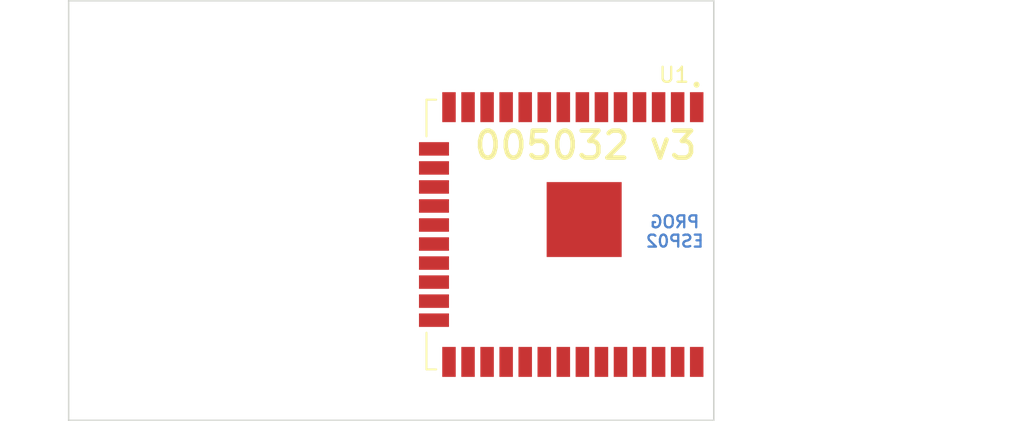
<source format=kicad_pcb>
(kicad_pcb (version 20171130) (host pcbnew "(5.1.8)-1")

  (general
    (thickness 1.6)
    (drawings 12)
    (tracks 0)
    (zones 0)
    (modules 1)
    (nets 37)
  )

  (page A4)
  (title_block
    (title "005032 - modulo WiFi serie QUANTUM")
    (date 2021-02-19)
    (rev v3)
    (company "Aerauliqa srl")
  )

  (layers
    (0 F.Cu signal)
    (31 B.Cu signal)
    (32 B.Adhes user hide)
    (33 F.Adhes user)
    (34 B.Paste user hide)
    (35 F.Paste user)
    (36 B.SilkS user hide)
    (37 F.SilkS user)
    (38 B.Mask user)
    (39 F.Mask user)
    (40 Dwgs.User user)
    (41 Cmts.User user)
    (42 Eco1.User user)
    (43 Eco2.User user)
    (44 Edge.Cuts user)
    (45 Margin user)
    (46 B.CrtYd user)
    (47 F.CrtYd user)
    (48 B.Fab user hide)
    (49 F.Fab user hide)
  )

  (setup
    (last_trace_width 0.25)
    (trace_clearance 0.2)
    (zone_clearance 0.55)
    (zone_45_only no)
    (trace_min 0.2)
    (via_size 0.8)
    (via_drill 0.4)
    (via_min_size 0.4)
    (via_min_drill 0.3)
    (uvia_size 0.3)
    (uvia_drill 0.1)
    (uvias_allowed no)
    (uvia_min_size 0.2)
    (uvia_min_drill 0.1)
    (edge_width 0.05)
    (segment_width 0.2)
    (pcb_text_width 0.3)
    (pcb_text_size 1.5 1.5)
    (mod_edge_width 0.12)
    (mod_text_size 1 1)
    (mod_text_width 0.15)
    (pad_size 1.524 1.524)
    (pad_drill 0.762)
    (pad_to_mask_clearance 0.1)
    (solder_mask_min_width 0.25)
    (aux_axis_origin 100 100)
    (grid_origin 100 100)
    (visible_elements 7FFFFFFF)
    (pcbplotparams
      (layerselection 0x011e8_ffffffff)
      (usegerberextensions false)
      (usegerberattributes false)
      (usegerberadvancedattributes false)
      (creategerberjobfile false)
      (excludeedgelayer true)
      (linewidth 0.100000)
      (plotframeref false)
      (viasonmask false)
      (mode 1)
      (useauxorigin true)
      (hpglpennumber 1)
      (hpglpenspeed 20)
      (hpglpendiameter 15.000000)
      (psnegative false)
      (psa4output false)
      (plotreference true)
      (plotvalue true)
      (plotinvisibletext false)
      (padsonsilk false)
      (subtractmaskfromsilk false)
      (outputformat 1)
      (mirror false)
      (drillshape 0)
      (scaleselection 1)
      (outputdirectory "GERBER/"))
  )

  (net 0 "")
  (net 1 GND)
  (net 2 +3V3)
  (net 3 /EN)
  (net 4 /GPIO0)
  (net 5 /USER_BUTTON)
  (net 6 /TXD2)
  (net 7 /RXD2)
  (net 8 /TXD0)
  (net 9 /RXD0)
  (net 10 /LED_G)
  (net 11 /LED_R)
  (net 12 /DIP_SW2)
  (net 13 /DIP_SW1)
  (net 14 /ESP_TMS)
  (net 15 /ESP_TCK)
  (net 16 /ESP_TDO)
  (net 17 /ESP_TDI)
  (net 18 /GPIO18)
  (net 19 /GPIO19)
  (net 20 "Net-(U1-Pad4)")
  (net 21 "Net-(U1-Pad5)")
  (net 22 "Net-(U1-Pad6)")
  (net 23 "Net-(U1-Pad7)")
  (net 24 "Net-(U1-Pad8)")
  (net 25 "Net-(U1-Pad9)")
  (net 26 "Net-(U1-Pad17)")
  (net 27 "Net-(U1-Pad18)")
  (net 28 "Net-(U1-Pad19)")
  (net 29 "Net-(U1-Pad20)")
  (net 30 "Net-(U1-Pad21)")
  (net 31 "Net-(U1-Pad22)")
  (net 32 "Net-(U1-Pad29)")
  (net 33 "Net-(U1-Pad32)")
  (net 34 "Net-(U1-Pad33)")
  (net 35 "Net-(U1-Pad36)")
  (net 36 "Net-(U1-Pad37)")

  (net_class Default "Questo è il gruppo di collegamenti predefinito"
    (clearance 0.2)
    (trace_width 0.25)
    (via_dia 0.8)
    (via_drill 0.4)
    (uvia_dia 0.3)
    (uvia_drill 0.1)
    (add_net /DIP_SW1)
    (add_net /DIP_SW2)
    (add_net /EN)
    (add_net /ESP_TCK)
    (add_net /ESP_TDI)
    (add_net /ESP_TDO)
    (add_net /ESP_TMS)
    (add_net /GPIO0)
    (add_net /GPIO18)
    (add_net /GPIO19)
    (add_net /LED_G)
    (add_net /LED_R)
    (add_net /RXD0)
    (add_net /RXD2)
    (add_net /TXD0)
    (add_net /TXD2)
    (add_net /USER_BUTTON)
    (add_net "Net-(U1-Pad17)")
    (add_net "Net-(U1-Pad18)")
    (add_net "Net-(U1-Pad19)")
    (add_net "Net-(U1-Pad20)")
    (add_net "Net-(U1-Pad21)")
    (add_net "Net-(U1-Pad22)")
    (add_net "Net-(U1-Pad29)")
    (add_net "Net-(U1-Pad32)")
    (add_net "Net-(U1-Pad33)")
    (add_net "Net-(U1-Pad36)")
    (add_net "Net-(U1-Pad37)")
    (add_net "Net-(U1-Pad4)")
    (add_net "Net-(U1-Pad5)")
    (add_net "Net-(U1-Pad6)")
    (add_net "Net-(U1-Pad7)")
    (add_net "Net-(U1-Pad8)")
    (add_net "Net-(U1-Pad9)")
  )

  (net_class power ""
    (clearance 0.2)
    (trace_width 0.5)
    (via_dia 1.2)
    (via_drill 0.4)
    (uvia_dia 0.3)
    (uvia_drill 0.1)
    (add_net +3V3)
    (add_net GND)
  )

  (module tonazza:ESP32-WROOM-32E (layer F.Cu) (tedit 602FB886) (tstamp 602ED2F0)
    (at 133.6 87.6 270)
    (path /5D43915A)
    (fp_text reference U1 (at -10.65 -6.75) (layer F.SilkS)
      (effects (font (size 1 1) (thickness 0.15)))
    )
    (fp_text value ESP32-WROOM-32E (at -0.1 11.45 90) (layer F.Fab)
      (effects (font (size 1 1) (thickness 0.015)))
    )
    (fp_line (start -9 -9) (end 9 -9) (layer Cmts.User) (width 0.12))
    (fp_line (start 9 9.75) (end 9 9.1) (layer F.SilkS) (width 0.127))
    (fp_line (start 6.55 9.75) (end 9 9.75) (layer F.SilkS) (width 0.127))
    (fp_line (start -9 9.75) (end -6.55 9.75) (layer F.SilkS) (width 0.127))
    (fp_line (start -9 9.1) (end -9 9.75) (layer F.SilkS) (width 0.127))
    (fp_circle (center -10 -8.25) (end -9.9 -8.25) (layer F.SilkS) (width 0.2))
    (fp_circle (center -10 -8.25) (end -9.9 -8.25) (layer F.Fab) (width 0.2))
    (fp_line (start -9.75 -9) (end 9.25 -9) (layer F.CrtYd) (width 0.05))
    (fp_line (start -9.75 10.5) (end -9.75 -9) (layer F.CrtYd) (width 0.05))
    (fp_line (start 9.75 10.5) (end -9.75 10.5) (layer F.CrtYd) (width 0.05))
    (fp_line (start 9.75 -9) (end 9.75 10.5) (layer F.CrtYd) (width 0.05))
    (fp_line (start 9.25 -9) (end 9.75 -9) (layer F.CrtYd) (width 0.05))
    (fp_line (start -9 9.75) (end -9 -9) (layer F.Fab) (width 0.127))
    (fp_line (start 9 9.75) (end -9 9.75) (layer F.Fab) (width 0.127))
    (fp_line (start 9 -9) (end 9 9.75) (layer F.Fab) (width 0.127))
    (fp_text user ANTENNA (at 0 -12.65 90 unlocked) (layer Dwgs.User)
      (effects (font (size 6.75 2.83) (thickness 0.15)))
    )
    (pad 39 smd rect (at -1 -0.76 270) (size 5 5) (layers F.Cu F.Paste F.Mask)
      (net 1 GND))
    (pad 38 smd rect (at 8.5 -8.26 270) (size 2 0.9) (layers F.Cu F.Paste F.Mask)
      (net 1 GND))
    (pad 37 smd rect (at 8.5 -6.99 270) (size 2 0.9) (layers F.Cu F.Paste F.Mask)
      (net 36 "Net-(U1-Pad37)"))
    (pad 36 smd rect (at 8.5 -5.72 270) (size 2 0.9) (layers F.Cu F.Paste F.Mask)
      (net 35 "Net-(U1-Pad36)"))
    (pad 35 smd rect (at 8.5 -4.45 270) (size 2 0.9) (layers F.Cu F.Paste F.Mask)
      (net 8 /TXD0))
    (pad 34 smd rect (at 8.5 -3.18 270) (size 2 0.9) (layers F.Cu F.Paste F.Mask)
      (net 9 /RXD0))
    (pad 33 smd rect (at 8.5 -1.91 270) (size 2 0.9) (layers F.Cu F.Paste F.Mask)
      (net 34 "Net-(U1-Pad33)"))
    (pad 32 smd rect (at 8.5 -0.64 270) (size 2 0.9) (layers F.Cu F.Paste F.Mask)
      (net 33 "Net-(U1-Pad32)"))
    (pad 31 smd rect (at 8.5 0.63 270) (size 2 0.9) (layers F.Cu F.Paste F.Mask)
      (net 19 /GPIO19))
    (pad 30 smd rect (at 8.5 1.9 270) (size 2 0.9) (layers F.Cu F.Paste F.Mask)
      (net 18 /GPIO18))
    (pad 29 smd rect (at 8.5 3.17 270) (size 2 0.9) (layers F.Cu F.Paste F.Mask)
      (net 32 "Net-(U1-Pad29)"))
    (pad 28 smd rect (at 8.5 4.44 270) (size 2 0.9) (layers F.Cu F.Paste F.Mask)
      (net 6 /TXD2))
    (pad 27 smd rect (at 8.5 5.71 270) (size 2 0.9) (layers F.Cu F.Paste F.Mask)
      (net 7 /RXD2))
    (pad 26 smd rect (at 8.5 6.98 270) (size 2 0.9) (layers F.Cu F.Paste F.Mask)
      (net 10 /LED_G))
    (pad 25 smd rect (at 8.5 8.25 270) (size 2 0.9) (layers F.Cu F.Paste F.Mask)
      (net 4 /GPIO0))
    (pad 24 smd rect (at 5.715 9.25 270) (size 0.9 2) (layers F.Cu F.Paste F.Mask)
      (net 11 /LED_R))
    (pad 23 smd rect (at 4.445 9.25 270) (size 0.9 2) (layers F.Cu F.Paste F.Mask)
      (net 16 /ESP_TDO))
    (pad 22 smd rect (at 3.175 9.25 270) (size 0.9 2) (layers F.Cu F.Paste F.Mask)
      (net 31 "Net-(U1-Pad22)"))
    (pad 21 smd rect (at 1.905 9.25 270) (size 0.9 2) (layers F.Cu F.Paste F.Mask)
      (net 30 "Net-(U1-Pad21)"))
    (pad 20 smd rect (at 0.635 9.25 270) (size 0.9 2) (layers F.Cu F.Paste F.Mask)
      (net 29 "Net-(U1-Pad20)"))
    (pad 19 smd rect (at -0.635 9.25 270) (size 0.9 2) (layers F.Cu F.Paste F.Mask)
      (net 28 "Net-(U1-Pad19)"))
    (pad 18 smd rect (at -1.905 9.25 270) (size 0.9 2) (layers F.Cu F.Paste F.Mask)
      (net 27 "Net-(U1-Pad18)"))
    (pad 17 smd rect (at -3.175 9.25 270) (size 0.9 2) (layers F.Cu F.Paste F.Mask)
      (net 26 "Net-(U1-Pad17)"))
    (pad 16 smd rect (at -4.445 9.25 270) (size 0.9 2) (layers F.Cu F.Paste F.Mask)
      (net 15 /ESP_TCK))
    (pad 15 smd rect (at -5.715 9.25 270) (size 0.9 2) (layers F.Cu F.Paste F.Mask)
      (net 1 GND))
    (pad 14 smd rect (at -8.5 8.25 270) (size 2 0.9) (layers F.Cu F.Paste F.Mask)
      (net 17 /ESP_TDI))
    (pad 13 smd rect (at -8.5 6.98 270) (size 2 0.9) (layers F.Cu F.Paste F.Mask)
      (net 14 /ESP_TMS))
    (pad 12 smd rect (at -8.5 5.71 270) (size 2 0.9) (layers F.Cu F.Paste F.Mask)
      (net 5 /USER_BUTTON))
    (pad 11 smd rect (at -8.5 4.44 270) (size 2 0.9) (layers F.Cu F.Paste F.Mask)
      (net 12 /DIP_SW2))
    (pad 10 smd rect (at -8.5 3.17 270) (size 2 0.9) (layers F.Cu F.Paste F.Mask)
      (net 13 /DIP_SW1))
    (pad 9 smd rect (at -8.5 1.9 270) (size 2 0.9) (layers F.Cu F.Paste F.Mask)
      (net 25 "Net-(U1-Pad9)"))
    (pad 8 smd rect (at -8.5 0.63 270) (size 2 0.9) (layers F.Cu F.Paste F.Mask)
      (net 24 "Net-(U1-Pad8)"))
    (pad 7 smd rect (at -8.5 -0.64 270) (size 2 0.9) (layers F.Cu F.Paste F.Mask)
      (net 23 "Net-(U1-Pad7)"))
    (pad 6 smd rect (at -8.5 -1.91 270) (size 2 0.9) (layers F.Cu F.Paste F.Mask)
      (net 22 "Net-(U1-Pad6)"))
    (pad 5 smd rect (at -8.5 -3.18 270) (size 2 0.9) (layers F.Cu F.Paste F.Mask)
      (net 21 "Net-(U1-Pad5)"))
    (pad 4 smd rect (at -8.5 -4.45 270) (size 2 0.9) (layers F.Cu F.Paste F.Mask)
      (net 20 "Net-(U1-Pad4)"))
    (pad 3 smd rect (at -8.5 -5.72 270) (size 2 0.9) (layers F.Cu F.Paste F.Mask)
      (net 3 /EN))
    (pad 2 smd rect (at -8.5 -6.99 270) (size 2 0.9) (layers F.Cu F.Paste F.Mask)
      (net 2 +3V3))
    (pad 1 smd rect (at -8.5 -8.26 270) (size 2 0.9) (layers F.Cu F.Paste F.Mask)
      (net 1 GND))
    (model ${KISYS3DMOD}/RF_Module.3dshapes/ESP32-WROOM-32.step
      (at (xyz 0 0 0))
      (scale (xyz 1 1 1))
      (rotate (xyz 0 0 0))
    )
  )

  (gr_line (start 95.5 98.5) (end 102.5 98.5) (layer Eco2.User) (width 0.15) (tstamp 603670A9))
  (gr_line (start 147.5 98.5) (end 140.5 98.5) (layer Eco2.User) (width 0.15) (tstamp 6036706C))
  (gr_text "Linee ausiliare x Tabs" (at 154 98.5) (layer Eco2.User) (tstamp 6036706B)
    (effects (font (size 0.7 0.7) (thickness 0.1)))
  )
  (gr_line (start 95.5 75.1) (end 102.5 75.1) (layer Eco1.User) (width 0.15) (tstamp 602E4A42))
  (gr_text "Linee ausiliare x Tabs" (at 157.7 75.1) (layer Eco1.User)
    (effects (font (size 0.7 0.7) (thickness 0.1)))
  )
  (gr_line (start 147.5 75.1) (end 140.5 75.1) (layer Eco1.User) (width 0.15))
  (gr_text "PROG\nESP02" (at 140.4 87.4) (layer B.Cu) (tstamp 602D3981)
    (effects (font (size 0.8 0.8) (thickness 0.15)) (justify mirror))
  )
  (gr_text "005032 v3" (at 134.45 81.65) (layer F.SilkS) (tstamp 602D3987)
    (effects (font (size 1.8 1.8) (thickness 0.3)))
  )
  (gr_line (start 100 72) (end 100 100) (layer Edge.Cuts) (width 0.1) (tstamp 602D4515))
  (gr_line (start 143 72) (end 100 72) (layer Edge.Cuts) (width 0.1) (tstamp 602D4518))
  (gr_line (start 143 100) (end 143 72) (layer Edge.Cuts) (width 0.1) (tstamp 602D451E))
  (gr_line (start 100 100) (end 143 100) (layer Edge.Cuts) (width 0.1) (tstamp 602D451B))

)

</source>
